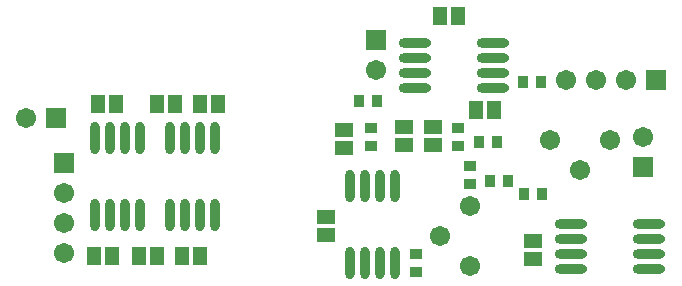
<source format=gts>
G04 Layer_Color=8388736*
%FSLAX25Y25*%
%MOIN*%
G70*
G01*
G75*
%ADD23R,0.05131X0.06312*%
%ADD24O,0.03162X0.10839*%
%ADD25O,0.10839X0.03162*%
%ADD26R,0.04343X0.03556*%
%ADD27R,0.06312X0.05131*%
%ADD28R,0.03556X0.04343*%
%ADD29C,0.06706*%
%ADD30R,0.06706X0.06706*%
%ADD31R,0.06706X0.06706*%
D23*
X500953Y116000D02*
D03*
X495047D02*
D03*
X487453Y166500D02*
D03*
X481547D02*
D03*
X506953D02*
D03*
X501047D02*
D03*
X485953Y116000D02*
D03*
X480047D02*
D03*
X515453D02*
D03*
X509547D02*
D03*
X521453Y166500D02*
D03*
X515547D02*
D03*
X613453Y164500D02*
D03*
X607547D02*
D03*
X595447Y196000D02*
D03*
X601353D02*
D03*
D24*
X480500Y129606D02*
D03*
X485500D02*
D03*
X490500D02*
D03*
X495500D02*
D03*
X480500Y155394D02*
D03*
X485500D02*
D03*
X490500D02*
D03*
X495500D02*
D03*
X505500Y129606D02*
D03*
X510500D02*
D03*
X515500D02*
D03*
X520500D02*
D03*
X505500Y155394D02*
D03*
X510500D02*
D03*
X515500D02*
D03*
X520500D02*
D03*
X580500Y139394D02*
D03*
X575500D02*
D03*
X570500D02*
D03*
X565500D02*
D03*
X580500Y113606D02*
D03*
X575500D02*
D03*
X570500D02*
D03*
X565500D02*
D03*
D25*
X587106Y187000D02*
D03*
Y182000D02*
D03*
Y177000D02*
D03*
Y172000D02*
D03*
X612894Y187000D02*
D03*
Y182000D02*
D03*
Y177000D02*
D03*
Y172000D02*
D03*
X639106Y126500D02*
D03*
Y121500D02*
D03*
Y116500D02*
D03*
Y111500D02*
D03*
X664894Y126500D02*
D03*
Y121500D02*
D03*
Y116500D02*
D03*
Y111500D02*
D03*
D26*
X601500Y152547D02*
D03*
Y158453D02*
D03*
X605500Y145953D02*
D03*
Y140047D02*
D03*
X587500Y116453D02*
D03*
Y110547D02*
D03*
X572500Y152547D02*
D03*
Y158453D02*
D03*
D27*
X583500Y153047D02*
D03*
Y158953D02*
D03*
X563500Y152047D02*
D03*
Y157953D02*
D03*
X593000Y158953D02*
D03*
Y153047D02*
D03*
X557500Y123047D02*
D03*
Y128953D02*
D03*
X626500Y115047D02*
D03*
Y120953D02*
D03*
D28*
X612047Y141000D02*
D03*
X617953D02*
D03*
X628953Y174000D02*
D03*
X623047D02*
D03*
X623547Y136500D02*
D03*
X629453D02*
D03*
X574453Y167500D02*
D03*
X568547D02*
D03*
X614453Y154000D02*
D03*
X608547D02*
D03*
D29*
X457500Y162000D02*
D03*
X470000Y117000D02*
D03*
Y127000D02*
D03*
Y137000D02*
D03*
X637500Y174500D02*
D03*
X647500D02*
D03*
X657500D02*
D03*
X574000Y178000D02*
D03*
X663000Y155500D02*
D03*
X652000Y154500D02*
D03*
X642000Y144500D02*
D03*
X632000Y154500D02*
D03*
X605500Y112500D02*
D03*
X595500Y122500D02*
D03*
X605500Y132500D02*
D03*
D30*
X467500Y162000D02*
D03*
X667500Y174500D02*
D03*
D31*
X470000Y147000D02*
D03*
X574000Y188000D02*
D03*
X663000Y145500D02*
D03*
M02*

</source>
